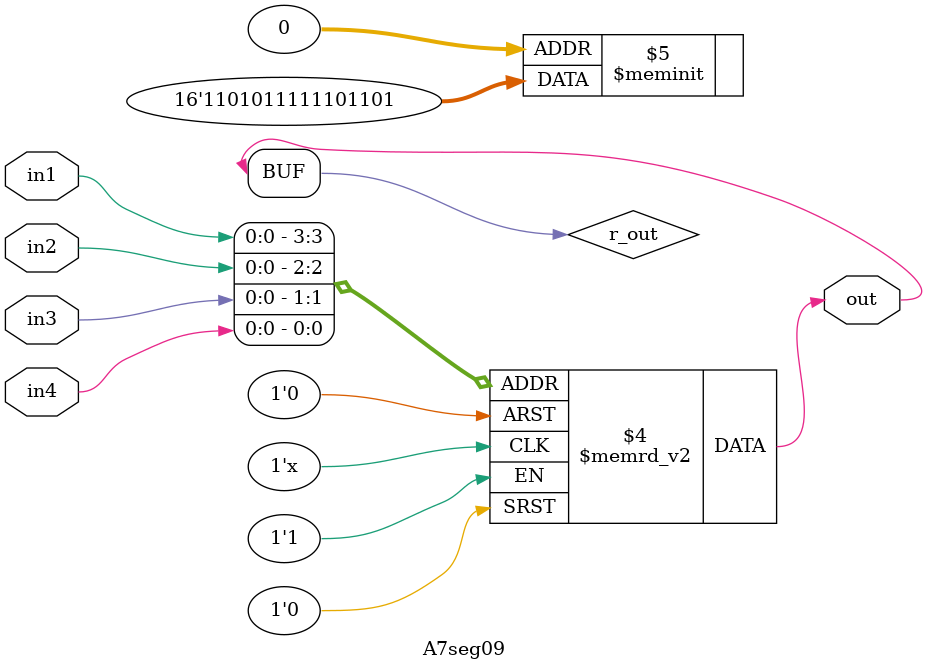
<source format=v>
module A7seg09(output out, input in1, in2, in3, in4);
  reg r_out;
  assign out = r_out;
  always@(in1, in2, in3, in4)
    begin
      case({in1, in2, in3, in4})
        4'b0000: out = 1'b1;
        4'b0001: out = 1'b0;
        4'b0010: out = 1'b1;
        4'b0011: out = 1'b1;
        4'b0100: out = 1'b0;
        4'b0101: out = 1'b1;
        4'b0110: out = 1'b1;
        4'b0111: out = 1'b1;
	4'b1000: out = 1'b1;
        4'b1001: out = 1'b1;
        4'b1010: out = 1'b1;
        4'b1011: out = 1'b0;
        4'b1100: out = 1'b1;
        4'b1101: out = 1'b0;
        4'b1110: out = 1'b1;
        4'b1111: out = 1'b1;
	
        default: out = 1'b0;
      endcase
    end
endmodule

</source>
